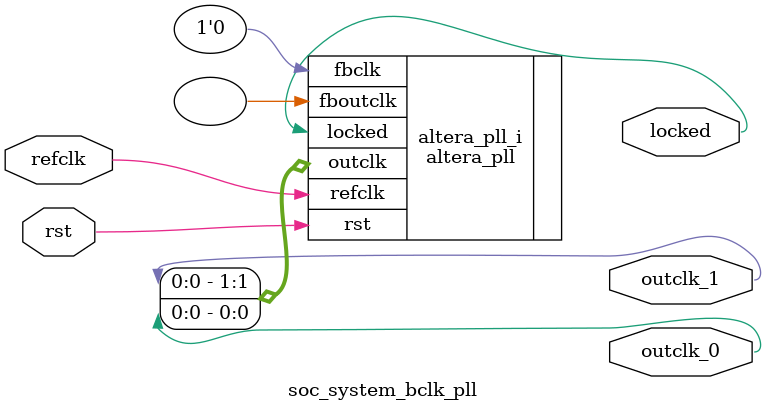
<source format=v>
`timescale 1ns/10ps
module  soc_system_bclk_pll(

	// interface 'refclk'
	input wire refclk,

	// interface 'reset'
	input wire rst,

	// interface 'outclk0'
	output wire outclk_0,

	// interface 'outclk1'
	output wire outclk_1,

	// interface 'locked'
	output wire locked
);

	altera_pll #(
		.fractional_vco_multiplier("true"),
		.reference_clock_frequency("50.0 MHz"),
		.operation_mode("direct"),
		.number_of_clocks(2),
		.output_clock_frequency0("3.072000 MHz"),
		.phase_shift0("0 ps"),
		.duty_cycle0(50),
		.output_clock_frequency1("3.072000 MHz"),
		.phase_shift1("0 ps"),
		.duty_cycle1(50),
		.output_clock_frequency2("0 MHz"),
		.phase_shift2("0 ps"),
		.duty_cycle2(50),
		.output_clock_frequency3("0 MHz"),
		.phase_shift3("0 ps"),
		.duty_cycle3(50),
		.output_clock_frequency4("0 MHz"),
		.phase_shift4("0 ps"),
		.duty_cycle4(50),
		.output_clock_frequency5("0 MHz"),
		.phase_shift5("0 ps"),
		.duty_cycle5(50),
		.output_clock_frequency6("0 MHz"),
		.phase_shift6("0 ps"),
		.duty_cycle6(50),
		.output_clock_frequency7("0 MHz"),
		.phase_shift7("0 ps"),
		.duty_cycle7(50),
		.output_clock_frequency8("0 MHz"),
		.phase_shift8("0 ps"),
		.duty_cycle8(50),
		.output_clock_frequency9("0 MHz"),
		.phase_shift9("0 ps"),
		.duty_cycle9(50),
		.output_clock_frequency10("0 MHz"),
		.phase_shift10("0 ps"),
		.duty_cycle10(50),
		.output_clock_frequency11("0 MHz"),
		.phase_shift11("0 ps"),
		.duty_cycle11(50),
		.output_clock_frequency12("0 MHz"),
		.phase_shift12("0 ps"),
		.duty_cycle12(50),
		.output_clock_frequency13("0 MHz"),
		.phase_shift13("0 ps"),
		.duty_cycle13(50),
		.output_clock_frequency14("0 MHz"),
		.phase_shift14("0 ps"),
		.duty_cycle14(50),
		.output_clock_frequency15("0 MHz"),
		.phase_shift15("0 ps"),
		.duty_cycle15(50),
		.output_clock_frequency16("0 MHz"),
		.phase_shift16("0 ps"),
		.duty_cycle16(50),
		.output_clock_frequency17("0 MHz"),
		.phase_shift17("0 ps"),
		.duty_cycle17(50),
		.pll_type("General"),
		.pll_subtype("General")
	) altera_pll_i (
		.rst	(rst),
		.outclk	({outclk_1, outclk_0}),
		.locked	(locked),
		.fboutclk	( ),
		.fbclk	(1'b0),
		.refclk	(refclk)
	);
endmodule


</source>
